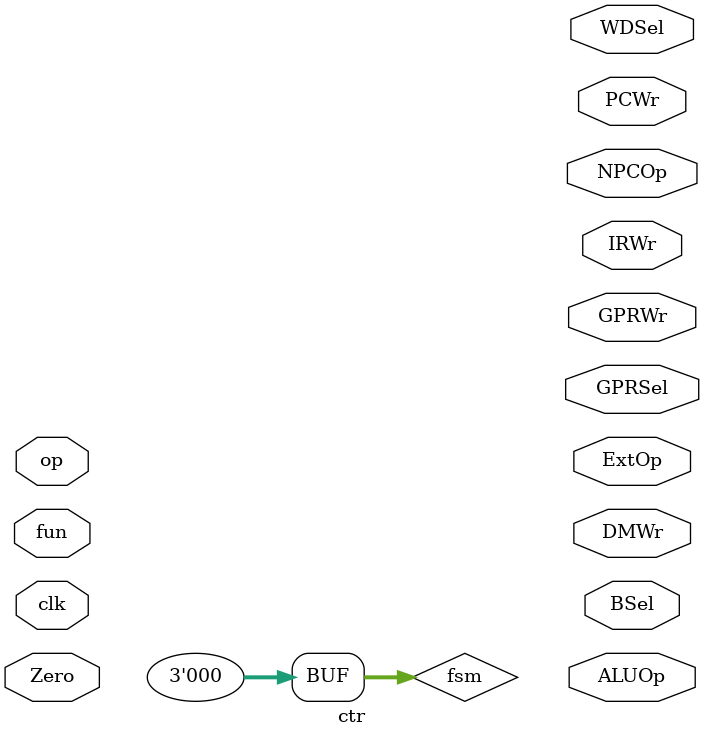
<source format=v>
module ctr ( clk , op , fun , Zero, PCWr , IRWr , WDSel , GPRSel , ExtOp , DMWr , NPCOp , ALUOp , BSel , GPRWr );
input [5:0] op , fun ;
input Zero , clk ;
output PCWr , IRWr , DMWr , ALUOp , BSel , GPRWr;
output [1:0] WDSel , GPRSel , ExtOp , NPCOp ;

reg [2:0] fsm = 0 ;  //?????
 
parameter  S0 = 'd0 , S1 = 'd1 , S2 = 'd2 , S3 = 'd3 , S4 = 'd4 , 
           S5 = 'd5 , S6 = 'd6 , S7 = 'd7 , S8 = 'd8 , S9 = 'd9 ;
           
           ////////////////////////////////////////continue/////////////////
always @ (posedge clk )
    case (fsm)
      S0  :begin
        
      end
    endcase
 endmodule
</source>
